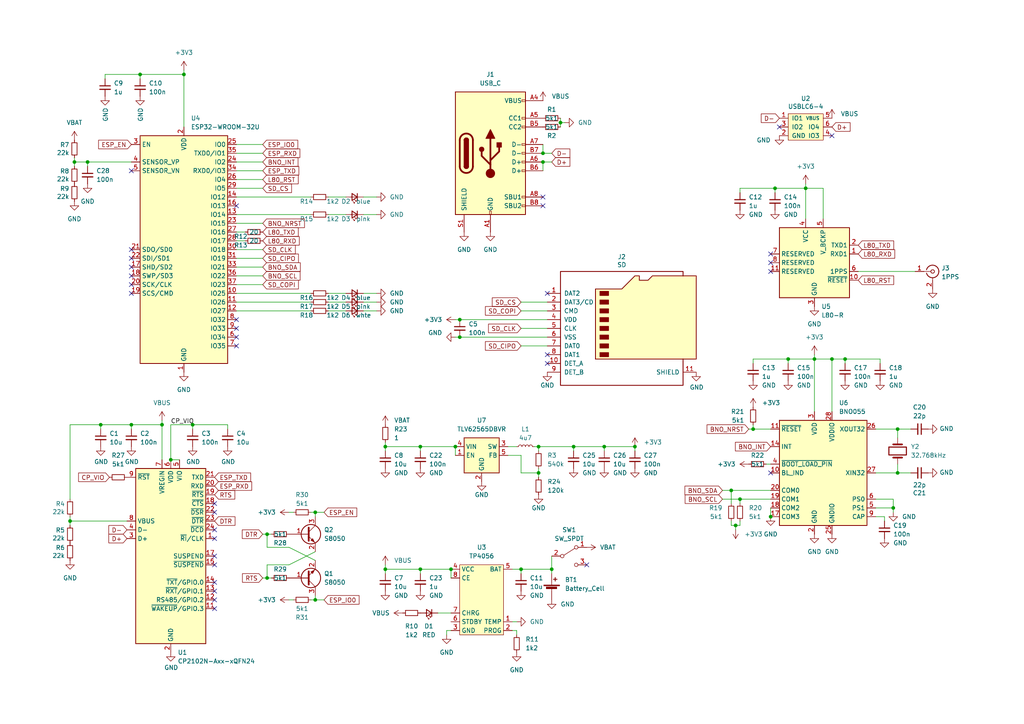
<source format=kicad_sch>
(kicad_sch (version 20211123) (generator eeschema)
  (paper "A4")
  (title_block (title "trainlog") (date "2022-06-21") (rev "v1.0.0") (company "Jana Marie Hemsing"))
  (junction (at 162.56 35.56))
  (junction (at 218.44 124.46))
  (junction (at 213.36 152.4))
  (junction (at 40.64 21.59))
  (junction (at 157.48 46.99))
  (junction (at 260.35 137.16))
  (junction (at 53.34 21.59))
  (junction (at 21.59 46.99))
  (junction (at 38.1 123.19))
  (junction (at 228.6 104.14))
  (junction (at 212.09 142.24))
  (junction (at 233.68 54.61))
  (junction (at 260.35 124.46))
  (junction (at 46.99 123.19))
  (junction (at 175.26 129.54))
  (junction (at 91.44 148.59))
  (junction (at 224.79 54.61))
  (junction (at 151.13 165.1))
  (junction (at 133.35 92.71))
  (junction (at 241.3 104.14))
  (junction (at 55.88 123.19))
  (junction (at 132.08 129.54))
  (junction (at 157.48 44.45))
  (junction (at 121.92 165.1))
  (junction (at 214.63 144.78))
  (junction (at 111.76 165.1))
  (junction (at 156.21 129.54))
  (junction (at 77.47 154.94))
  (junction (at 20.32 151.13))
  (junction (at 49.53 133.35))
  (junction (at 29.21 123.19))
  (junction (at 160.02 165.1))
  (junction (at 130.81 165.1))
  (junction (at 133.35 97.79))
  (junction (at 166.37 129.54))
  (junction (at 111.76 129.54))
  (junction (at 91.44 173.99))
  (junction (at 259.08 147.32))
  (junction (at 223.52 149.86))
  (junction (at 25.4 46.99))
  (junction (at 236.22 104.14))
  (junction (at 77.47 167.64))
  (junction (at 156.21 137.16))
  (junction (at 121.92 129.54))
  (junction (at 245.11 104.14))
  (junction (at 184.15 129.54))
  (no_connect (at 170.18 163.83))
  (no_connect (at 223.52 76.2))
  (no_connect (at 223.52 78.74))
  (no_connect (at 223.52 73.66))
  (no_connect (at 62.23 146.05))
  (no_connect (at 62.23 148.59))
  (no_connect (at 62.23 153.67))
  (no_connect (at 62.23 156.21))
  (no_connect (at 62.23 173.99))
  (no_connect (at 62.23 176.53))
  (no_connect (at 62.23 171.45))
  (no_connect (at 62.23 168.91))
  (no_connect (at 223.52 137.16))
  (no_connect (at 38.1 49.53))
  (no_connect (at 38.1 82.55))
  (no_connect (at 38.1 80.01))
  (no_connect (at 38.1 77.47))
  (no_connect (at 38.1 85.09))
  (no_connect (at 38.1 74.93))
  (no_connect (at 38.1 72.39))
  (no_connect (at 158.75 105.41))
  (no_connect (at 158.75 102.87))
  (no_connect (at 158.75 85.09))
  (no_connect (at 68.58 59.69))
  (no_connect (at 68.58 95.25))
  (no_connect (at 68.58 92.71))
  (no_connect (at 68.58 100.33))
  (no_connect (at 68.58 97.79))
  (no_connect (at 157.48 57.15))
  (no_connect (at 157.48 59.69))
  (no_connect (at 241.3 39.37))
  (no_connect (at 226.06 36.83))
  (no_connect (at 62.23 161.29))
  (no_connect (at 62.23 163.83))
  (wire (pts (xy 29.21 123.19) (xy 38.1 123.19)))
  (wire (pts (xy 111.76 129.54) (xy 121.92 129.54)))
  (wire (pts (xy 236.22 104.14) (xy 236.22 119.38)))
  (wire (pts (xy 38.1 124.46) (xy 38.1 123.19)))
  (wire (pts (xy 25.4 46.99) (xy 21.59 46.99)))
  (wire (pts (xy 218.44 105.41) (xy 218.44 104.14)))
  (wire (pts (xy 20.32 123.19) (xy 29.21 123.19)))
  (wire (pts (xy 38.1 123.19) (xy 46.99 123.19)))
  (wire (pts (xy 77.47 154.94) (xy 77.47 158.75)))
  (wire (pts (xy 223.52 142.24) (xy 212.09 142.24)))
  (wire (pts (xy 151.13 87.63) (xy 158.75 87.63)))
  (wire (pts (xy 214.63 151.13) (xy 214.63 152.4)))
  (wire (pts (xy 224.79 55.88) (xy 224.79 54.61)))
  (wire (pts (xy 223.52 149.86) (xy 223.52 147.32)))
  (wire (pts (xy 53.34 21.59) (xy 53.34 36.83)))
  (wire (pts (xy 156.21 137.16) (xy 156.21 138.43)))
  (wire (pts (xy 91.44 162.56) (xy 83.82 158.75)))
  (wire (pts (xy 254 124.46) (xy 260.35 124.46)))
  (wire (pts (xy 218.44 124.46) (xy 223.52 124.46)))
  (wire (pts (xy 157.48 46.99) (xy 157.48 49.53)))
  (wire (pts (xy 214.63 55.88) (xy 214.63 54.61)))
  (wire (pts (xy 149.86 182.88) (xy 149.86 184.15)))
  (wire (pts (xy 46.99 121.92) (xy 46.99 123.19)))
  (wire (pts (xy 77.47 163.83) (xy 83.82 163.83)))
  (wire (pts (xy 105.41 62.23) (xy 109.22 62.23)))
  (wire (pts (xy 151.13 165.1) (xy 160.02 165.1)))
  (wire (pts (xy 265.43 78.74) (xy 248.92 78.74)))
  (wire (pts (xy 129.54 182.88) (xy 129.54 184.15)))
  (wire (pts (xy 100.33 90.17) (xy 95.25 90.17)))
  (wire (pts (xy 256.54 149.86) (xy 256.54 151.13)))
  (wire (pts (xy 77.47 163.83) (xy 77.47 167.64)))
  (wire (pts (xy 76.2 49.53) (xy 68.58 49.53)))
  (wire (pts (xy 156.21 129.54) (xy 166.37 129.54)))
  (wire (pts (xy 105.41 85.09) (xy 109.22 85.09)))
  (wire (pts (xy 111.76 129.54) (xy 111.76 128.27)))
  (wire (pts (xy 68.58 87.63) (xy 90.17 87.63)))
  (wire (pts (xy 259.08 147.32) (xy 254 147.32)))
  (wire (pts (xy 213.36 153.67) (xy 213.36 152.4)))
  (wire (pts (xy 233.68 54.61) (xy 233.68 63.5)))
  (wire (pts (xy 149.86 129.54) (xy 147.32 129.54)))
  (wire (pts (xy 233.68 53.34) (xy 233.68 54.61)))
  (wire (pts (xy 105.41 57.15) (xy 109.22 57.15)))
  (wire (pts (xy 20.32 149.86) (xy 20.32 151.13)))
  (wire (pts (xy 55.88 123.19) (xy 49.53 123.19)))
  (wire (pts (xy 40.64 21.59) (xy 53.34 21.59)))
  (wire (pts (xy 241.3 104.14) (xy 236.22 104.14)))
  (wire (pts (xy 85.09 173.99) (xy 83.82 173.99)))
  (wire (pts (xy 151.13 100.33) (xy 158.75 100.33)))
  (wire (pts (xy 132.08 132.08) (xy 132.08 129.54)))
  (wire (pts (xy 130.81 167.64) (xy 130.81 165.1)))
  (wire (pts (xy 121.92 165.1) (xy 130.81 165.1)))
  (wire (pts (xy 148.59 165.1) (xy 151.13 165.1)))
  (wire (pts (xy 68.58 85.09) (xy 90.17 85.09)))
  (wire (pts (xy 100.33 62.23) (xy 95.25 62.23)))
  (wire (pts (xy 30.48 21.59) (xy 40.64 21.59)))
  (wire (pts (xy 260.35 137.16) (xy 260.35 134.62)))
  (wire (pts (xy 175.26 130.81) (xy 175.26 129.54)))
  (wire (pts (xy 85.09 148.59) (xy 83.82 148.59)))
  (wire (pts (xy 91.44 173.99) (xy 91.44 172.72)))
  (wire (pts (xy 76.2 167.64) (xy 77.47 167.64)))
  (wire (pts (xy 223.52 144.78) (xy 214.63 144.78)))
  (wire (pts (xy 228.6 104.14) (xy 236.22 104.14)))
  (wire (pts (xy 66.04 123.19) (xy 55.88 123.19)))
  (wire (pts (xy 68.58 74.93) (xy 76.2 74.93)))
  (wire (pts (xy 20.32 144.78) (xy 20.32 123.19)))
  (wire (pts (xy 105.41 87.63) (xy 109.22 87.63)))
  (wire (pts (xy 260.35 124.46) (xy 260.35 127)))
  (wire (pts (xy 111.76 166.37) (xy 111.76 165.1)))
  (wire (pts (xy 76.2 64.77) (xy 68.58 64.77)))
  (wire (pts (xy 105.41 90.17) (xy 109.22 90.17)))
  (wire (pts (xy 111.76 165.1) (xy 121.92 165.1)))
  (wire (pts (xy 76.2 82.55) (xy 68.58 82.55)))
  (wire (pts (xy 233.68 54.61) (xy 238.76 54.61)))
  (wire (pts (xy 68.58 62.23) (xy 90.17 62.23)))
  (wire (pts (xy 132.08 97.79) (xy 133.35 97.79)))
  (wire (pts (xy 77.47 167.64) (xy 78.74 167.64)))
  (wire (pts (xy 46.99 123.19) (xy 46.99 133.35)))
  (wire (pts (xy 214.63 146.05) (xy 214.63 144.78)))
  (wire (pts (xy 157.48 44.45) (xy 157.48 41.91)))
  (wire (pts (xy 259.08 148.59) (xy 259.08 147.32)))
  (wire (pts (xy 111.76 163.83) (xy 111.76 165.1)))
  (wire (pts (xy 93.98 173.99) (xy 91.44 173.99)))
  (wire (pts (xy 21.59 46.99) (xy 21.59 45.72)))
  (wire (pts (xy 90.17 173.99) (xy 91.44 173.99)))
  (wire (pts (xy 76.2 46.99) (xy 68.58 46.99)))
  (wire (pts (xy 184.15 130.81) (xy 184.15 129.54)))
  (wire (pts (xy 76.2 41.91) (xy 68.58 41.91)))
  (wire (pts (xy 151.13 165.1) (xy 151.13 166.37)))
  (wire (pts (xy 148.59 182.88) (xy 149.86 182.88)))
  (wire (pts (xy 130.81 177.8) (xy 127 177.8)))
  (wire (pts (xy 218.44 124.46) (xy 218.44 123.19)))
  (wire (pts (xy 149.86 180.34) (xy 148.59 180.34)))
  (wire (pts (xy 147.32 132.08) (xy 151.13 132.08)))
  (wire (pts (xy 93.98 148.59) (xy 91.44 148.59)))
  (wire (pts (xy 224.79 54.61) (xy 233.68 54.61)))
  (wire (pts (xy 77.47 158.75) (xy 83.82 158.75)))
  (wire (pts (xy 76.2 54.61) (xy 68.58 54.61)))
  (wire (pts (xy 157.48 44.45) (xy 160.02 44.45)))
  (wire (pts (xy 68.58 69.85) (xy 71.12 69.85)))
  (wire (pts (xy 241.3 119.38) (xy 241.3 104.14)))
  (wire (pts (xy 212.09 142.24) (xy 209.55 142.24)))
  (wire (pts (xy 255.27 104.14) (xy 245.11 104.14)))
  (wire (pts (xy 255.27 105.41) (xy 255.27 104.14)))
  (wire (pts (xy 91.44 160.02) (xy 83.82 163.83)))
  (wire (pts (xy 76.2 44.45) (xy 68.58 44.45)))
  (wire (pts (xy 55.88 124.46) (xy 55.88 123.19)))
  (wire (pts (xy 241.3 104.14) (xy 245.11 104.14)))
  (wire (pts (xy 52.07 133.35) (xy 49.53 133.35)))
  (wire (pts (xy 260.35 137.16) (xy 264.16 137.16)))
  (wire (pts (xy 20.32 152.4) (xy 20.32 151.13)))
  (wire (pts (xy 245.11 105.41) (xy 245.11 104.14)))
  (wire (pts (xy 66.04 124.46) (xy 66.04 123.19)))
  (wire (pts (xy 30.48 22.86) (xy 30.48 21.59)))
  (wire (pts (xy 160.02 165.1) (xy 160.02 166.37)))
  (wire (pts (xy 40.64 22.86) (xy 40.64 21.59)))
  (wire (pts (xy 214.63 54.61) (xy 224.79 54.61)))
  (wire (pts (xy 160.02 46.99) (xy 157.48 46.99)))
  (wire (pts (xy 100.33 85.09) (xy 95.25 85.09)))
  (wire (pts (xy 254 149.86) (xy 256.54 149.86)))
  (wire (pts (xy 29.21 124.46) (xy 29.21 123.19)))
  (wire (pts (xy 162.56 35.56) (xy 162.56 34.29)))
  (wire (pts (xy 218.44 104.14) (xy 228.6 104.14)))
  (wire (pts (xy 20.32 151.13) (xy 36.83 151.13)))
  (wire (pts (xy 175.26 129.54) (xy 184.15 129.54)))
  (wire (pts (xy 121.92 166.37) (xy 121.92 165.1)))
  (wire (pts (xy 156.21 135.89) (xy 156.21 137.16)))
  (wire (pts (xy 76.2 72.39) (xy 68.58 72.39)))
  (wire (pts (xy 151.13 137.16) (xy 156.21 137.16)))
  (wire (pts (xy 38.1 46.99) (xy 25.4 46.99)))
  (wire (pts (xy 77.47 154.94) (xy 78.74 154.94)))
  (wire (pts (xy 68.58 52.07) (xy 76.2 52.07)))
  (wire (pts (xy 91.44 148.59) (xy 90.17 148.59)))
  (wire (pts (xy 151.13 132.08) (xy 151.13 137.16)))
  (wire (pts (xy 254 137.16) (xy 260.35 137.16)))
  (wire (pts (xy 100.33 57.15) (xy 95.25 57.15)))
  (wire (pts (xy 151.13 90.17) (xy 158.75 90.17)))
  (wire (pts (xy 217.17 124.46) (xy 218.44 124.46)))
  (wire (pts (xy 254 144.78) (xy 259.08 144.78)))
  (wire (pts (xy 212.09 152.4) (xy 212.09 151.13)))
  (wire (pts (xy 162.56 35.56) (xy 163.83 35.56)))
  (wire (pts (xy 25.4 48.26) (xy 25.4 46.99)))
  (wire (pts (xy 213.36 152.4) (xy 212.09 152.4)))
  (wire (pts (xy 212.09 146.05) (xy 212.09 142.24)))
  (wire (pts (xy 228.6 105.41) (xy 228.6 104.14)))
  (wire (pts (xy 68.58 57.15) (xy 90.17 57.15)))
  (wire (pts (xy 133.35 97.79) (xy 158.75 97.79)))
  (wire (pts (xy 156.21 129.54) (xy 156.21 130.81)))
  (wire (pts (xy 76.2 154.94) (xy 77.47 154.94)))
  (wire (pts (xy 121.92 129.54) (xy 132.08 129.54)))
  (wire (pts (xy 121.92 130.81) (xy 121.92 129.54)))
  (wire (pts (xy 154.94 129.54) (xy 156.21 129.54)))
  (wire (pts (xy 71.12 67.31) (xy 68.58 67.31)))
  (wire (pts (xy 264.16 124.46) (xy 260.35 124.46)))
  (wire (pts (xy 68.58 90.17) (xy 90.17 90.17)))
  (wire (pts (xy 238.76 54.61) (xy 238.76 63.5)))
  (wire (pts (xy 214.63 152.4) (xy 213.36 152.4)))
  (wire (pts (xy 259.08 144.78) (xy 259.08 147.32)))
  (wire (pts (xy 21.59 48.26) (xy 21.59 46.99)))
  (wire (pts (xy 162.56 36.83) (xy 162.56 35.56)))
  (wire (pts (xy 236.22 102.87) (xy 236.22 104.14)))
  (wire (pts (xy 91.44 149.86) (xy 91.44 148.59)))
  (wire (pts (xy 111.76 130.81) (xy 111.76 129.54)))
  (wire (pts (xy 49.53 123.19) (xy 49.53 133.35)))
  (wire (pts (xy 160.02 161.29) (xy 160.02 165.1)))
  (wire (pts (xy 100.33 87.63) (xy 95.25 87.63)))
  (wire (pts (xy 130.81 182.88) (xy 129.54 182.88)))
  (wire (pts (xy 76.2 77.47) (xy 68.58 77.47)))
  (wire (pts (xy 133.35 92.71) (xy 158.75 92.71)))
  (wire (pts (xy 132.08 92.71) (xy 133.35 92.71)))
  (wire (pts (xy 151.13 95.25) (xy 158.75 95.25)))
  (wire (pts (xy 53.34 20.32) (xy 53.34 21.59)))
  (wire (pts (xy 76.2 80.01) (xy 68.58 80.01)))
  (wire (pts (xy 166.37 130.81) (xy 166.37 129.54)))
  (wire (pts (xy 214.63 144.78) (xy 209.55 144.78)))
  (wire (pts (xy 166.37 129.54) (xy 175.26 129.54)))
  (wire (pts (xy 223.52 134.62) (xy 222.25 134.62)))
  (label "CP_VIO" (at 49.53 123.19 0))
  (global_label "SD_CLK" (shape input) (at 76.2 72.39 0) (property "Intersheet References" "${INTERSHEET_REFS}" (effects hide)))
  (global_label "ESP_TXD" (shape input) (at 76.2 49.53 0) (property "Intersheet References" "${INTERSHEET_REFS}" (effects hide)))
  (global_label "BNO_NRST" (shape input) (at 76.2 64.77 0) (property "Intersheet References" "${INTERSHEET_REFS}" (effects hide)))
  (global_label "ESP_EN" (shape input) (at 38.1 41.91 180) (property "Intersheet References" "${INTERSHEET_REFS}" (effects hide)))
  (global_label "ESP_RXD" (shape input) (at 76.2 44.45 0) (property "Intersheet References" "${INTERSHEET_REFS}" (effects hide)))
  (global_label "ESP_RXD" (shape input) (at 62.23 140.97 0) (property "Intersheet References" "${INTERSHEET_REFS}" (effects hide)))
  (global_label "D+" (shape input) (at 160.02 46.99 0) (property "Intersheet References" "${INTERSHEET_REFS}" (effects hide)))
  (global_label "BNO_NRST" (shape input) (at 217.17 124.46 180) (property "Intersheet References" "${INTERSHEET_REFS}" (effects hide)))
  (global_label "SD_CIPO" (shape input) (at 76.2 74.93 0) (property "Intersheet References" "${INTERSHEET_REFS}" (effects hide)))
  (global_label "DTR" (shape input) (at 62.23 151.13 0) (property "Intersheet References" "${INTERSHEET_REFS}" (effects hide)))
  (global_label "ESP_IO0" (shape input) (at 93.98 173.99 0) (property "Intersheet References" "${INTERSHEET_REFS}" (effects hide)))
  (global_label "D+" (shape input) (at 36.83 156.21 180) (property "Intersheet References" "${INTERSHEET_REFS}" (effects hide)))
  (global_label "SD_CS" (shape input) (at 76.2 54.61 0) (property "Intersheet References" "${INTERSHEET_REFS}" (effects hide)))
  (global_label "L80_RXD" (shape input) (at 76.2 69.85 0) (property "Intersheet References" "${INTERSHEET_REFS}" (effects hide)))
  (global_label "D+" (shape input) (at 241.3 36.83 0) (property "Intersheet References" "${INTERSHEET_REFS}" (effects hide)))
  (global_label "SD_CLK" (shape input) (at 151.13 95.25 180) (property "Intersheet References" "${INTERSHEET_REFS}" (effects hide)))
  (global_label "L80_RXD" (shape input) (at 248.92 73.66 0) (property "Intersheet References" "${INTERSHEET_REFS}" (effects hide)))
  (global_label "BNO_SCL" (shape input) (at 76.2 80.01 0) (property "Intersheet References" "${INTERSHEET_REFS}" (effects hide)))
  (global_label "SD_CIPO" (shape input) (at 151.13 100.33 180) (property "Intersheet References" "${INTERSHEET_REFS}" (effects hide)))
  (global_label "SD_COPI" (shape input) (at 76.2 82.55 0) (property "Intersheet References" "${INTERSHEET_REFS}" (effects hide)))
  (global_label "BNO_INT" (shape input) (at 223.52 129.54 180) (property "Intersheet References" "${INTERSHEET_REFS}" (effects hide)))
  (global_label "BNO_INT" (shape input) (at 76.2 46.99 0) (property "Intersheet References" "${INTERSHEET_REFS}" (effects hide)))
  (global_label "BNO_SCL" (shape input) (at 209.55 144.78 180) (property "Intersheet References" "${INTERSHEET_REFS}" (effects hide)))
  (global_label "BNO_SDA" (shape input) (at 209.55 142.24 180) (property "Intersheet References" "${INTERSHEET_REFS}" (effects hide)))
  (global_label "D-" (shape input) (at 160.02 44.45 0) (property "Intersheet References" "${INTERSHEET_REFS}" (effects hide)))
  (global_label "RTS" (shape input) (at 62.23 143.51 0) (property "Intersheet References" "${INTERSHEET_REFS}" (effects hide)))
  (global_label "DTR" (shape input) (at 76.2 154.94 180) (property "Intersheet References" "${INTERSHEET_REFS}" (effects hide)))
  (global_label "D-" (shape input) (at 226.06 34.29 180) (property "Intersheet References" "${INTERSHEET_REFS}" (effects hide)))
  (global_label "L80_RST" (shape input) (at 248.92 81.28 0) (property "Intersheet References" "${INTERSHEET_REFS}" (effects hide)))
  (global_label "SD_COPI" (shape input) (at 151.13 90.17 180) (property "Intersheet References" "${INTERSHEET_REFS}" (effects hide)))
  (global_label "L80_TXD" (shape input) (at 248.92 71.12 0) (property "Intersheet References" "${INTERSHEET_REFS}" (effects hide)))
  (global_label "L80_TXD" (shape input) (at 76.2 67.31 0) (property "Intersheet References" "${INTERSHEET_REFS}" (effects hide)))
  (global_label "BNO_SDA" (shape input) (at 76.2 77.47 0) (property "Intersheet References" "${INTERSHEET_REFS}" (effects hide)))
  (global_label "ESP_TXD" (shape input) (at 62.23 138.43 0) (property "Intersheet References" "${INTERSHEET_REFS}" (effects hide)))
  (global_label "ESP_EN" (shape input) (at 93.98 148.59 0) (property "Intersheet References" "${INTERSHEET_REFS}" (effects hide)))
  (global_label "CP_VIO" (shape input) (at 31.75 138.43 180) (property "Intersheet References" "${INTERSHEET_REFS}" (effects hide)))
  (global_label "RTS" (shape input) (at 76.2 167.64 180) (property "Intersheet References" "${INTERSHEET_REFS}" (effects hide)))
  (global_label "SD_CS" (shape input) (at 151.13 87.63 180) (property "Intersheet References" "${INTERSHEET_REFS}" (effects hide)))
  (global_label "L80_RST" (shape input) (at 76.2 52.07 0) (property "Intersheet References" "${INTERSHEET_REFS}" (effects hide)))
  (global_label "D-" (shape input) (at 36.83 153.67 180) (property "Intersheet References" "${INTERSHEET_REFS}" (effects hide)))
  (global_label "ESP_IO0" (shape input) (at 76.2 41.91 0) (property "Intersheet References" "${INTERSHEET_REFS}" (effects hide)))
  (symbol (lib_id "Device:C_Small") (at 228.6 107.95 0) (unit 1)
    (property "Reference" "C15" (at 231.14 106.6862 0) (effects (justify left)))
    (property "Value" "100n" (at 231.14 109.2262 0) (effects (justify left)))
    (property "Footprint" "otter:C_0402" (effects hide))
  )
  (symbol (lib_id "otter:GND") (at 109.22 87.63 90) (unit 1)
    (property "Reference" "#PWR0159" (effects hide))
    (property "Value" "GND" (at 113.03 87.6299 90) (effects (justify right)))
  )
  (symbol (lib_id "otter:GND") (at 109.22 90.17 90) (unit 1)
    (property "Reference" "#PWR0158" (effects hide))
    (property "Value" "GND" (at 113.03 90.1699 90) (effects (justify right)))
  )
  (symbol (lib_id "otter:GND") (at 223.52 149.86 0) (unit 1)
    (property "Reference" "#PWR0141" (effects hide))
    (property "Value" "GND" (at 223.52 154.94 0))
  )
  (symbol (lib_id "otter:GND") (at 109.22 57.15 90) (unit 1)
    (property "Reference" "#PWR0160" (effects hide))
    (property "Value" "GND" (at 113.03 57.1499 90) (effects (justify right)))
  )
  (symbol (lib_id "Device:LED_Small") (at 102.87 57.15 180) (unit 1)
    (property "Reference" "D2" (at 100.33 58.42 0))
    (property "Value" "blue" (at 105.41 58.42 0))
    (property "Footprint" "otter:LED_0603_1608Metric" (effects hide))
  )
  (symbol (lib_id "Device:C_Small") (at 66.04 127 0) (unit 1)
    (property "Reference" "C4" (at 68.58 125.7362 0) (effects (justify left)))
    (property "Value" "10u" (at 68.58 128.2762 0) (effects (justify left)))
    (property "Footprint" "otter:C_0805" (effects hide))
  )
  (symbol (lib_id "otter:GND") (at 109.22 62.23 90) (unit 1)
    (property "Reference" "#PWR0161" (effects hide))
    (property "Value" "GND" (at 113.03 62.2299 90) (effects (justify right)))
  )
  (symbol (lib_id "otter:GND") (at 270.51 83.82 0) (unit 1)
    (property "Reference" "#PWR0149" (effects hide))
    (property "Value" "GND" (at 270.51 88.9 0))
  )
  (symbol (lib_id "Device:C_Small") (at 121.92 133.35 0) (unit 1)
    (property "Reference" "C22" (at 124.46 132.0862 0) (effects (justify left)))
    (property "Value" "100n" (at 124.46 134.6262 0) (effects (justify left)))
    (property "Footprint" "otter:C_0402" (effects hide))
  )
  (symbol (lib_id "Device:C_Small") (at 214.63 58.42 0) (unit 1)
    (property "Reference" "C12" (at 217.17 57.1562 0) (effects (justify left)))
    (property "Value" "1u" (at 217.17 59.6962 0) (effects (justify left)))
    (property "Footprint" "otter:C_0603" (effects hide))
  )
  (symbol (lib_id "power:VBUS") (at 157.48 29.21 0) (unit 1)
    (property "Reference" "#PWR0110" (effects hide))
    (property "Value" "VBUS" (at 160.02 27.9399 0) (effects (justify left)))
  )
  (symbol (lib_id "power:GND") (at 256.54 156.21 0) (unit 1)
    (property "Reference" "#PWR0137" (effects hide))
    (property "Value" "GND" (at 259.08 157.4799 0) (effects (justify left)))
  )
  (symbol (lib_id "Device:R_Small") (at 160.02 36.83 90) (unit 1)
    (property "Reference" "R2" (at 160.02 39.37 90))
    (property "Value" "5k1" (at 160.02 36.83 90))
    (property "Footprint" "otter:R_0402" (effects hide))
  )
  (symbol (lib_id "Device:R_Small") (at 218.44 120.65 180) (unit 1)
    (property "Reference" "R21" (at 215.9 119.3799 0) (effects (justify left)))
    (property "Value" "5k1" (at 215.9 121.9199 0) (effects (justify left)))
    (property "Footprint" "otter:R_0402" (effects hide))
  )
  (symbol (lib_id "power:GND") (at 255.27 110.49 0) (unit 1)
    (property "Reference" "#PWR0144" (effects hide))
    (property "Value" "GND" (at 257.81 111.7599 0) (effects (justify left)))
  )
  (symbol (lib_id "Device:R_Small") (at 156.21 133.35 0) (unit 1)
    (property "Reference" "R3" (at 158.75 132.0799 0) (effects (justify left)))
    (property "Value" "540k" (at 158.75 134.6199 0) (effects (justify left)))
    (property "Footprint" "otter:R_0402" (effects hide))
  )
  (symbol (lib_id "otter:GND") (at 241.3 154.94 0) (unit 1)
    (property "Reference" "#PWR0138" (effects hide))
    (property "Value" "GND" (at 241.3 160.02 0))
  )
  (symbol (lib_id "Device:LED_Small") (at 102.87 90.17 180) (unit 1)
    (property "Reference" "D6" (at 100.33 91.44 0))
    (property "Value" "whte" (at 105.41 91.44 0))
    (property "Footprint" "otter:LED_0603_1608Metric" (effects hide))
  )
  (symbol (lib_id "power:GND") (at 224.79 60.96 0) (unit 1)
    (property "Reference" "#PWR0132" (effects hide))
    (property "Value" "GND" (at 227.33 62.2299 0) (effects (justify left)))
  )
  (symbol (lib_id "Device:C_Small") (at 175.26 133.35 0) (unit 1)
    (property "Reference" "C26" (at 177.8 132.0862 0) (effects (justify left)))
    (property "Value" "10u" (at 177.8 134.6262 0) (effects (justify left)))
    (property "Footprint" "otter:C_0805" (effects hide))
  )
  (symbol (lib_id "Device:C_Small") (at 256.54 153.67 0) (unit 1)
    (property "Reference" "C19" (at 259.08 152.4062 0) (effects (justify left)))
    (property "Value" "100n" (at 259.08 154.9462 0) (effects (justify left)))
    (property "Footprint" "otter:C_0402" (effects hide))
  )
  (symbol (lib_id "Device:R_Small") (at 156.21 140.97 0) (unit 1)
    (property "Reference" "R24" (at 158.75 139.6999 0) (effects (justify left)))
    (property "Value" "120k" (at 158.75 142.2399 0) (effects (justify left)))
    (property "Footprint" "otter:R_0402" (effects hide))
  )
  (symbol (lib_id "Device:LED_Small") (at 102.87 87.63 180) (unit 1)
    (property "Reference" "D5" (at 100.33 88.9 0))
    (property "Value" "pink" (at 105.41 88.9 0))
    (property "Footprint" "otter:LED_0603_1608Metric" (effects hide))
  )
  (symbol (lib_id "power:GND") (at 226.06 39.37 0) (unit 1)
    (property "Reference" "#PWR0124" (effects hide))
    (property "Value" "GND" (at 223.52 40.6399 0) (effects (justify right)))
  )
  (symbol (lib_id "power:VBUS") (at 46.99 121.92 0) (unit 1)
    (property "Reference" "#PWR0106" (effects hide))
    (property "Value" "VBUS" (at 46.99 116.84 0))
  )
  (symbol (lib_id "otter:GND") (at 201.93 107.95 0) (unit 1)
    (property "Reference" "#PWR0115" (effects hide))
    (property "Value" "GND" (at 202.057 112.3442 0))
  )
  (symbol (lib_id "Device:R_Small") (at 21.59 43.18 180) (unit 1)
    (property "Reference" "R7" (at 20.1168 42.0116 0) (effects (justify left)))
    (property "Value" "22k" (at 20.1168 44.323 0) (effects (justify left)))
    (property "Footprint" "otter:R_0402" (effects hide))
  )
  (symbol (lib_id "power:GND") (at 111.76 135.89 0) (unit 1)
    (property "Reference" "#PWR0164" (effects hide))
    (property "Value" "GND" (at 114.3 137.1599 0) (effects (justify left)))
  )
  (symbol (lib_id "Device:R_Small") (at 160.02 34.29 270) (unit 1)
    (property "Reference" "R1" (at 160.02 31.75 90))
    (property "Value" "5k1" (at 160.02 34.29 90))
    (property "Footprint" "otter:R_0402" (effects hide))
  )
  (symbol (lib_id "Device:R_Small") (at 73.66 67.31 270) (unit 1)
    (property "Reference" "R12" (at 69.85 68.58 90))
    (property "Value" "20" (at 73.66 67.31 90))
    (property "Footprint" "otter:R_0402" (effects hide))
  )
  (symbol (lib_id "power:GND") (at 245.11 110.49 0) (unit 1)
    (property "Reference" "#PWR0145" (effects hide))
    (property "Value" "GND" (at 247.65 111.7599 0) (effects (justify left)))
  )
  (symbol (lib_id "power:GND") (at 160.02 173.99 0) (unit 1)
    (property "Reference" "#PWR0154" (effects hide))
    (property "Value" "GND" (at 162.56 175.2599 0) (effects (justify left)))
  )
  (symbol (lib_id "Device:LED_Small") (at 102.87 85.09 180) (unit 1)
    (property "Reference" "D4" (at 100.33 86.36 0))
    (property "Value" "blue" (at 105.41 86.36 0))
    (property "Footprint" "otter:LED_0603_1608Metric" (effects hide))
  )
  (symbol (lib_id "power:+3V3") (at 217.17 134.62 90) (unit 1)
    (property "Reference" "#PWR0150" (effects hide))
    (property "Value" "+3V3" (at 213.36 134.6199 90) (effects (justify left)))
  )
  (symbol (lib_id "power:+3V3") (at 233.68 53.34 0) (unit 1)
    (property "Reference" "#PWR0130" (effects hide))
    (property "Value" "+3V3" (at 233.68 48.26 0))
  )
  (symbol (lib_id "Device:R_Small") (at 212.09 148.59 0) (unit 1)
    (property "Reference" "R19" (at 209.55 147.3199 0) (effects (justify right)))
    (property "Value" "5k1" (at 209.55 149.8599 0) (effects (justify right)))
    (property "Footprint" "otter:R_0402" (effects hide))
  )
  (symbol (lib_id "Switch:SW_SPDT") (at 165.1 161.29 0) (unit 1)
    (property "Reference" "SW1" (at 165.1 153.67 0))
    (property "Value" "SW_SPDT" (at 165.1 156.21 0))
    (property "Footprint" "Button_Switch_SMD:SW_SPDT_PCM12" (effects hide))
  )
  (symbol (lib_id "otter:GND") (at 132.08 97.79 270) (unit 1)
    (property "Reference" "#PWR0121" (effects hide))
    (property "Value" "GND" (at 128.27 96.52 90) (effects (justify right)))
  )
  (symbol (lib_id "otter:GND") (at 134.62 67.31 0) (unit 1)
    (property "Reference" "#PWR0107" (effects hide))
    (property "Value" "GND" (at 134.62 72.39 0))
  )
  (symbol (lib_id "otter:GND") (at 163.83 35.56 90) (unit 1)
    (property "Reference" "#PWR0109" (effects hide))
    (property "Value" "GND" (at 167.64 35.5599 90) (effects (justify right)))
  )
  (symbol (lib_id "power:GND") (at 228.6 110.49 0) (unit 1)
    (property "Reference" "#PWR0148" (effects hide))
    (property "Value" "GND" (at 231.14 111.7599 0) (effects (justify left)))
  )
  (symbol (lib_id "otter:GND") (at 139.7 139.7 0) (unit 1)
    (property "Reference" "#PWR0131" (effects hide))
    (property "Value" "GND" (at 139.7 143.51 0))
  )
  (symbol (lib_id "power:GND") (at 66.04 129.54 0) (unit 1)
    (property "Reference" "#PWR0102" (effects hide))
    (property "Value" "GND" (at 66.167 133.9342 0))
  )
  (symbol (lib_id "Device:R_Small") (at 81.28 154.94 270) (mirror x) (unit 1)
    (property "Reference" "R28" (at 81.28 157.48 90))
    (property "Value" "5k1" (at 81.28 154.94 90))
    (property "Footprint" "otter:R_0402" (effects hide))
  )
  (symbol (lib_id "Connector:USB_C_Receptacle_USB2.0") (at 142.24 44.45 0) (unit 1)
    (property "Reference" "J1" (at 142.24 21.59 0))
    (property "Value" "USB_C" (at 142.24 24.13 0))
    (property "Footprint" "otter:USB-C 16Pin" (effects hide))
    (property "Datasheet" "https://www.usb.org/sites/default/files/documents/usb_type-c.zip" (effects hide))
  )
  (symbol (lib_id "Device:L_Small") (at 152.4 129.54 90) (unit 1)
    (property "Reference" "L1" (at 152.4 124.46 90))
    (property "Value" "4u7" (at 152.4 127 90))
    (property "Footprint" "Inductor_SMD:L_1210_3225Metric" (effects hide))
    (property "LCSC" "C86070" (effects hide))
  )
  (symbol (lib_id "power:GND") (at 40.64 27.94 0) (unit 1)
    (property "Reference" "#PWR0134" (effects hide))
    (property "Value" "GND" (at 40.767 31.1912 90) (effects (justify right)))
  )
  (symbol (lib_id "Device:R_Small") (at 20.32 160.02 180) (unit 1)
    (property "Reference" "R6" (at 18.8468 158.8516 0) (effects (justify left)))
    (property "Value" "22k" (at 18.8468 161.163 0) (effects (justify left)))
    (property "Footprint" "otter:R_0402" (effects hide))
  )
  (symbol (lib_id "power:+3V3") (at 83.82 148.59 90) (mirror x) (unit 1)
    (property "Reference" "#PWR0101" (effects hide))
    (property "Value" "+3V3" (at 80.01 148.5899 90) (effects (justify left)))
  )
  (symbol (lib_id "power:VBUS") (at 241.3 34.29 0) (unit 1)
    (property "Reference" "#PWR0125" (effects hide))
    (property "Value" "VBUS" (at 243.84 33.0199 0) (effects (justify left)))
  )
  (symbol (lib_id "Device:C_Small") (at 224.79 58.42 0) (unit 1)
    (property "Reference" "C14" (at 227.33 57.1562 0) (effects (justify left)))
    (property "Value" "100n" (at 227.33 59.6962 0) (effects (justify left)))
    (property "Footprint" "otter:C_0402" (effects hide))
  )
  (symbol (lib_id "Device:C_Small") (at 121.92 168.91 0) (unit 1)
    (property "Reference" "C23" (at 124.46 167.6462 0) (effects (justify left)))
    (property "Value" "1u" (at 124.46 170.1862 0) (effects (justify left)))
    (property "Footprint" "otter:C_0603" (effects hide))
  )
  (symbol (lib_id "Transistor_BJT:BC847") (at 88.9 167.64 0) (mirror x) (unit 1)
    (property "Reference" "Q1" (at 93.98 166.3699 0) (effects (justify left)))
    (property "Value" "S8050" (at 93.98 168.9099 0) (effects (justify left)))
    (property "Footprint" "Package_TO_SOT_SMD:SOT-23" (effects hide))
    (property "Datasheet" "http://www.infineon.com/dgdl/Infineon-BC847SERIES_BC848SERIES_BC849SERIES_BC850SERIES-DS-v01_01-en.pdf?fileId=db3a304314dca389011541d4630a1657" (effects hide))
  )
  (symbol (lib_id "Device:R_Small") (at 119.38 177.8 90) (unit 1)
    (property "Reference" "R10" (at 119.38 181.61 90))
    (property "Value" "1k2" (at 119.38 184.15 90))
    (property "Footprint" "otter:R_0402" (effects hide))
  )
  (symbol (lib_id "otter:VBAT") (at 111.76 123.19 0) (unit 1)
    (property "Reference" "#PWR0165" (effects hide))
    (property "Value" "VBAT" (at 114.3 121.9199 0) (effects (justify left)))
  )
  (symbol (lib_id "Device:LED_Small") (at 102.87 62.23 180) (unit 1)
    (property "Reference" "D3" (at 100.33 63.5 0))
    (property "Value" "pink" (at 105.41 63.5 0))
    (property "Footprint" "otter:LED_0603_1608Metric" (effects hide))
  )
  (symbol (lib_id "Device:R_Small") (at 20.32 154.94 180) (unit 1)
    (property "Reference" "R5" (at 18.8468 153.7716 0) (effects (justify left)))
    (property "Value" "22k" (at 18.8468 156.083 0) (effects (justify left)))
    (property "Footprint" "otter:R_0402" (effects hide))
  )
  (symbol (lib_id "otter:GND") (at 109.22 85.09 90) (unit 1)
    (property "Reference" "#PWR0157" (effects hide))
    (property "Value" "GND" (at 113.03 85.0899 90) (effects (justify right)))
  )
  (symbol (lib_id "Device:R_Small") (at 87.63 148.59 90) (mirror x) (unit 1)
    (property "Reference" "R30" (at 87.63 143.51 90))
    (property "Value" "5k1" (at 87.63 146.05 90))
    (property "Footprint" "otter:R_0402" (effects hide))
  )
  (symbol (lib_id "Device:C_Small") (at 266.7 124.46 270) (unit 1)
    (property "Reference" "C20" (at 266.6936 118.11 90))
    (property "Value" "22p" (at 266.6936 120.65 90))
    (property "Footprint" "otter:C_0402" (effects hide))
  )
  (symbol (lib_id "otter:GND") (at 236.22 154.94 0) (unit 1)
    (property "Reference" "#PWR0139" (effects hide))
    (property "Value" "GND" (at 236.22 160.02 0))
  )
  (symbol (lib_id "Device:R_Small") (at 92.71 57.15 90) (unit 1)
    (property "Reference" "R14" (at 88.9 58.42 90))
    (property "Value" "1k2" (at 96.52 58.42 90))
    (property "Footprint" "otter:R_0402" (effects hide))
  )
  (symbol (lib_id "otter:GND") (at 149.86 189.23 0) (unit 1)
    (property "Reference" "#PWR0155" (effects hide))
    (property "Value" "GND" (at 149.86 194.31 0))
  )
  (symbol (lib_id "power:+3V3") (at 83.82 173.99 90) (mirror x) (unit 1)
    (property "Reference" "#PWR0105" (effects hide))
    (property "Value" "+3V3" (at 80.01 173.9899 90) (effects (justify left)))
  )
  (symbol (lib_id "Device:C_Small") (at 218.44 107.95 0) (unit 1)
    (property "Reference" "C13" (at 220.98 106.6862 0) (effects (justify left)))
    (property "Value" "1u" (at 220.98 109.2262 0) (effects (justify left)))
    (property "Footprint" "otter:C_0603" (effects hide))
  )
  (symbol (lib_id "Device:C_Small") (at 133.35 95.25 0) (unit 1)
    (property "Reference" "C5" (at 135.89 93.9862 0) (effects (justify left)))
    (property "Value" "100n" (at 135.89 96.5262 0) (effects (justify left)))
    (property "Footprint" "otter:C_0402" (effects hide))
  )
  (symbol (lib_id "otter:GND") (at 53.34 107.95 0) (unit 1)
    (property "Reference" "#PWR0156" (effects hide))
    (property "Value" "GND" (at 53.34 113.03 0))
  )
  (symbol (lib_id "Device:R_Small") (at 87.63 173.99 90) (mirror x) (unit 1)
    (property "Reference" "R31" (at 87.63 179.07 90))
    (property "Value" "5k1" (at 87.63 176.53 90))
    (property "Footprint" "otter:R_0402" (effects hide))
  )
  (symbol (lib_id "power:GND") (at 55.88 129.54 0) (unit 1)
    (property "Reference" "#PWR0111" (effects hide))
    (property "Value" "GND" (at 56.007 133.9342 0))
  )
  (symbol (lib_id "power:GND") (at 166.37 135.89 0) (unit 1)
    (property "Reference" "#PWR0170" (effects hide))
    (property "Value" "GND" (at 168.91 137.1599 0) (effects (justify left)))
  )
  (symbol (lib_id "otter:GND") (at 25.4 53.34 0) (unit 1)
    (property "Reference" "#PWR0172" (effects hide))
    (property "Value" "GND" (at 25.4 58.42 0))
  )
  (symbol (lib_id "otter:VBAT") (at 170.18 158.75 270) (unit 1)
    (property "Reference" "#PWR0169" (effects hide))
    (property "Value" "VBAT" (at 173.99 158.7499 90) (effects (justify left)))
  )
  (symbol (lib_id "power:GND") (at 158.75 107.95 0) (unit 1)
    (property "Reference" "#PWR0116" (effects hide))
    (property "Value" "GND" (at 158.75 111.76 0))
  )
  (symbol (lib_id "Device:R_Small") (at 81.28 167.64 270) (mirror x) (unit 1)
    (property "Reference" "R29" (at 81.28 165.1 90))
    (property "Value" "5k1" (at 81.28 167.64 90))
    (property "Footprint" "otter:R_0402" (effects hide))
  )
  (symbol (lib_id "power:GND") (at 175.26 135.89 0) (unit 1)
    (property "Reference" "#PWR0166" (effects hide))
    (property "Value" "GND" (at 177.8 137.1599 0) (effects (justify left)))
  )
  (symbol (lib_id "otter:GND") (at 20.32 162.56 0) (unit 1)
    (property "Reference" "#PWR0104" (effects hide))
    (property "Value" "GND" (at 20.32 167.64 0))
  )
  (symbol (lib_id "Device:R_Small") (at 21.59 55.88 180) (unit 1)
    (property "Reference" "R9" (at 20.1168 54.7116 0) (effects (justify left)))
    (property "Value" "22k" (at 20.1168 57.023 0) (effects (justify left)))
    (property "Footprint" "otter:R_0402" (effects hide))
  )
  (symbol (lib_id "otter:USBLC6-4") (at 233.68 36.83 0) (unit 1)
    (property "Reference" "U2" (at 233.68 28.575 0))
    (property "Value" "USBLC6-4" (at 233.68 30.8864 0))
    (property "Footprint" "Package_TO_SOT_SMD:SOT-23-6" (effects hide))
  )
  (symbol (lib_id "power:+3V3") (at 236.22 102.87 0) (unit 1)
    (property "Reference" "#PWR0128" (effects hide))
    (property "Value" "+3V3" (at 236.22 97.79 0))
  )
  (symbol (lib_id "Device:R_Small") (at 73.66 69.85 90) (unit 1)
    (property "Reference" "R13" (at 69.85 71.12 90))
    (property "Value" "20" (at 73.66 69.85 90))
    (property "Footprint" "otter:R_0402" (effects hide))
  )
  (symbol (lib_id "power:+3V3") (at 132.08 92.71 90) (unit 1)
    (property "Reference" "#PWR0117" (effects hide))
    (property "Value" "+3V3" (at 128.27 92.7099 90) (effects (justify left)))
  )
  (symbol (lib_id "Device:C_Small") (at 255.27 107.95 0) (unit 1)
    (property "Reference" "C18" (at 257.81 106.6862 0) (effects (justify left)))
    (property "Value" "1u" (at 257.81 109.2262 0) (effects (justify left)))
    (property "Footprint" "otter:C_0603" (effects hide))
  )
  (symbol (lib_id "otter:GND") (at 156.21 143.51 0) (unit 1)
    (property "Reference" "#PWR0114" (effects hide))
    (property "Value" "GND" (at 156.21 147.32 0))
  )
  (symbol (lib_id "power:GND") (at 111.76 171.45 0) (unit 1)
    (property "Reference" "#PWR0118" (effects hide))
    (property "Value" "GND" (at 114.3 172.7199 0) (effects (justify left)))
  )
  (symbol (lib_id "otter:GND") (at 149.86 180.34 90) (unit 1)
    (property "Reference" "#PWR0152" (effects hide))
    (property "Value" "GND" (at 153.67 180.3399 90) (effects (justify right)))
  )
  (symbol (lib_id "Device:R_Small") (at 92.71 85.09 90) (unit 1)
    (property "Reference" "R16" (at 88.9 86.36 90))
    (property "Value" "1k2" (at 96.52 86.36 90))
    (property "Footprint" "otter:R_0402" (effects hide))
  )
  (symbol (lib_id "otter:GND") (at 142.24 67.31 0) (unit 1)
    (property "Reference" "#PWR0108" (effects hide))
    (property "Value" "GND" (at 142.24 72.39 0))
  )
  (symbol (lib_id "Device:Battery_Cell") (at 160.02 171.45 0) (unit 1)
    (property "Reference" "BT1" (at 163.83 168.1479 0) (effects (justify left)))
    (property "Value" "Battery_Cell" (at 163.83 170.6879 0) (effects (justify left)))
    (property "Footprint" "Battery:BatteryHolder_Keystone_1042_1x18650" (effects hide))
  )
  (symbol (lib_id "Device:R_Small") (at 92.71 90.17 90) (unit 1)
    (property "Reference" "R18" (at 88.9 91.44 90))
    (property "Value" "1k2" (at 96.52 91.44 90))
    (property "Footprint" "otter:R_0402" (effects hide))
  )
  (symbol (lib_id "Device:LED_Small") (at 124.46 177.8 180) (unit 1)
    (property "Reference" "D1" (at 124.3965 181.61 0))
    (property "Value" "RED" (at 124.3965 184.15 0))
    (property "Footprint" "otter:LED_0603_1608Metric" (effects hide))
  )
  (symbol (lib_id "Device:C_Small") (at 29.21 127 0) (unit 1)
    (property "Reference" "C1" (at 31.75 125.7362 0) (effects (justify left)))
    (property "Value" "10u" (at 31.75 128.2762 0) (effects (justify left)))
    (property "Footprint" "otter:C_0805" (effects hide))
  )
  (symbol (lib_id "power:GND") (at 121.92 135.89 0) (unit 1)
    (property "Reference" "#PWR0163" (effects hide))
    (property "Value" "GND" (at 124.46 137.1599 0) (effects (justify left)))
  )
  (symbol (lib_id "power:GND") (at 259.08 148.59 0) (unit 1)
    (property "Reference" "#PWR0136" (effects hide))
    (property "Value" "GND" (at 261.62 149.8599 0) (effects (justify left)))
  )
  (symbol (lib_id "Device:R_Small") (at 20.32 147.32 180) (unit 1)
    (property "Reference" "R4" (at 18.8468 146.1516 0) (effects (justify left)))
    (property "Value" "22k" (at 18.8468 148.463 0) (effects (justify left)))
    (property "Footprint" "otter:R_0402" (effects hide))
  )
  (symbol (lib_id "Device:R_Small") (at 149.86 186.69 0) (unit 1)
    (property "Reference" "R11" (at 152.4 185.4199 0) (effects (justify left)))
    (property "Value" "1k2" (at 152.4 187.9599 0) (effects (justify left)))
    (property "Footprint" "otter:R_0402" (effects hide))
  )
  (symbol (lib_id "power:+3V3") (at 53.34 20.32 0) (unit 1)
    (property "Reference" "#PWR0135" (effects hide))
    (property "Value" "+3V3" (at 53.34 15.24 0))
  )
  (symbol (lib_id "power:GND") (at 269.24 137.16 90) (unit 1)
    (property "Reference" "#PWR0143" (effects hide))
    (property "Value" "GND" (at 272.4912 137.033 90) (effects (justify right)))
  )
  (symbol (lib_id "otter:VBAT") (at 21.59 40.64 0) (unit 1)
    (property "Reference" "#PWR0126" (effects hide))
    (property "Value" "VBAT" (at 21.59 35.56 0))
  )
  (symbol (lib_id "Device:C_Small") (at 38.1 127 0) (unit 1)
    (property "Reference" "C2" (at 40.64 125.7362 0) (effects (justify left)))
    (property "Value" "100n" (at 40.64 128.2762 0) (effects (justify left)))
    (property "Footprint" "otter:C_0402" (effects hide))
  )
  (symbol (lib_id "Device:C_Small") (at 55.88 127 0) (unit 1)
    (property "Reference" "C3" (at 58.42 125.7362 0) (effects (justify left)))
    (property "Value" "100n" (at 58.42 128.2762 0) (effects (justify left)))
    (property "Footprint" "otter:C_0402" (effects hide))
  )
  (symbol (lib_id "Sensor_Motion:BNO055") (at 238.76 137.16 0) (unit 1)
    (property "Reference" "U6" (at 243.3194 116.84 0) (effects (justify left)))
    (property "Value" "BNO055" (at 243.3194 119.38 0) (effects (justify left)))
    (property "Footprint" "Package_LGA:LGA-28_5.2x3.8mm_P0.5mm" (effects hide))
    (property "Datasheet" "https://ae-bst.resource.bosch.com/media/_tech/media/datasheets/BST_BNO055_DS000_14.pdf" (effects hide))
  )
  (symbol (lib_id "Connector:Conn_Coaxial") (at 270.51 78.74 0) (unit 1)
    (property "Reference" "J3" (at 273.05 77.7631 0) (effects (justify left)))
    (property "Value" "1PPS" (at 273.05 80.3031 0) (effects (justify left)))
    (property "Footprint" "Connector_PinHeader_2.00mm:PinHeader_1x02_P2.00mm_Vertical" (effects hide))
    (property "Datasheet" " ~" (effects hide))
  )
  (symbol (lib_id "power:+3V3") (at 218.44 118.11 0) (unit 1)
    (property "Reference" "#PWR0147" (effects hide))
    (property "Value" "+3V3" (at 220.98 116.8399 0) (effects (justify left)))
  )
  (symbol (lib_id "Device:C_Small") (at 30.48 25.4 0) (unit 1)
    (property "Reference" "C9" (at 33.02 24.1362 0) (effects (justify left)))
    (property "Value" "1u" (at 33.02 26.6762 0) (effects (justify left)))
    (property "Footprint" "otter:C_0603" (effects hide))
  )
  (symbol (lib_id "power:GND") (at 30.48 27.94 0) (unit 1)
    (property "Reference" "#PWR0123" (effects hide))
    (property "Value" "GND" (at 30.607 31.1912 90) (effects (justify right)))
  )
  (symbol (lib_id "power:VBUS") (at 111.76 163.83 0) (unit 1)
    (property "Reference" "#PWR0119" (effects hide))
    (property "Value" "VBUS" (at 114.3 162.5599 0) (effects (justify left)))
  )
  (symbol (lib_id "Interface_USB:CP2102N-Axx-xQFN24") (at 49.53 161.29 0) (unit 1)
    (property "Reference" "U1" (at 51.5494 189.23 0) (effects (justify left)))
    (property "Value" "CP2102N-Axx-xQFN24" (at 51.5494 191.77 0) (effects (justify left)))
    (property "Footprint" "Package_DFN_QFN:QFN-24-1EP_4x4mm_P0.5mm_EP2.6x2.6mm" (effects hide))
    (property "Datasheet" "https://www.silabs.com/documents/public/data-sheets/cp2102n-datasheet.pdf" (effects hide))
  )
  (symbol (lib_id "Device:Crystal") (at 260.35 130.81 90) (unit 1)
    (property "Reference" "Y2" (at 264.16 129.5399 90) (effects (justify right)))
    (property "Value" "32.768kHz" (at 264.16 132.0799 90) (effects (justify right)))
    (property "Footprint" "Crystal:Crystal_SMD_2012-2Pin_2.0x1.2mm" (effects hide))
  )
  (symbol (lib_id "power:GND") (at 184.15 135.89 0) (unit 1)
    (property "Reference" "#PWR0168" (effects hide))
    (property "Value" "GND" (at 186.69 137.1599 0) (effects (justify left)))
  )
  (symbol (lib_id "Device:C_Small") (at 40.64 25.4 0) (unit 1)
    (property "Reference" "C10" (at 43.18 24.1362 0) (effects (justify left)))
    (property "Value" "100n" (at 43.18 26.6762 0) (effects (justify left)))
    (property "Footprint" "otter:C_0402" (effects hide))
  )
  (symbol (lib_id "otter:TP4056") (at 139.7 173.99 0) (unit 1)
    (property "Reference" "U3" (at 139.7 158.75 0))
    (property "Value" "TP4056" (at 139.7 161.29 0))
    (property "Footprint" "Package_SO:SSOP-8_3.95x5.21x3.27mm_P1.27mm" (effects hide))
  )
  (symbol (lib_id "power:GND") (at 29.21 129.54 0) (unit 1)
    (property "Reference" "#PWR0113" (effects hide))
    (property "Value" "GND" (at 29.337 133.9342 0))
  )
  (symbol (lib_id "Device:C_Small") (at 184.15 133.35 0) (unit 1)
    (property "Reference" "C27" (at 186.69 132.0862 0) (effects (justify left)))
    (property "Value" "100n" (at 186.69 134.6262 0) (effects (justify left)))
    (property "Footprint" "otter:C_0402" (effects hide))
  )
  (symbol (lib_id "RF_GPS:L80-R") (at 236.22 76.2 0) (unit 1)
    (property "Reference" "U5" (at 238.2394 88.9 0) (effects (justify left)))
    (property "Value" "L80-R" (at 238.2394 91.44 0) (effects (justify left)))
    (property "Footprint" "RF_GPS:Quectel_L80-R" (effects hide))
    (property "Datasheet" "https://www.quectel.com/UploadImage/Downlad/Quectel_L80-R_Hardware_Design_V1.2.pdf" (effects hide))
  )
  (symbol (lib_id "Device:R_Small") (at 214.63 148.59 0) (unit 1)
    (property "Reference" "R20" (at 217.17 147.3199 0) (effects (justify left)))
    (property "Value" "5k1" (at 217.17 149.8599 0) (effects (justify left)))
    (property "Footprint" "otter:R_0402" (effects hide))
  )
  (symbol (lib_id "Device:C_Small") (at 111.76 133.35 0) (unit 1)
    (property "Reference" "C8" (at 114.3 132.0862 0) (effects (justify left)))
    (property "Value" "10u" (at 114.3 134.6262 0) (effects (justify left)))
    (property "Footprint" "otter:C_0805" (effects hide))
  )
  (symbol (lib_id "Device:R_Small") (at 34.29 138.43 270) (unit 1)
    (property "Reference" "R27" (at 34.29 132.08 90))
    (property "Value" "5k1" (at 34.29 134.62 90))
    (property "Footprint" "otter:R_0402" (effects hide))
  )
  (symbol (lib_id "Device:R_Small") (at 111.76 125.73 0) (unit 1)
    (property "Reference" "R23" (at 114.3 124.4599 0) (effects (justify left)))
    (property "Value" "1" (at 114.3 126.9999 0) (effects (justify left)))
    (property "Footprint" "otter:R_0603" (effects hide))
  )
  (symbol (lib_id "Device:C_Small") (at 166.37 133.35 0) (unit 1)
    (property "Reference" "C25" (at 168.91 132.0862 0) (effects (justify left)))
    (property "Value" "10u" (at 168.91 134.6262 0) (effects (justify left)))
    (property "Footprint" "otter:C_0805" (effects hide))
  )
  (symbol (lib_id "power:GND") (at 38.1 129.54 0) (unit 1)
    (property "Reference" "#PWR0112" (effects hide))
    (property "Value" "GND" (at 38.227 133.9342 0))
  )
  (symbol (lib_id "power:GND") (at 218.44 110.49 0) (unit 1)
    (property "Reference" "#PWR0146" (effects hide))
    (property "Value" "GND" (at 220.98 111.7599 0) (effects (justify left)))
  )
  (symbol (lib_id "Device:R_Small") (at 219.71 134.62 270) (unit 1)
    (property "Reference" "R22" (at 219.71 132.08 90))
    (property "Value" "5k1" (at 219.71 134.62 90))
    (property "Footprint" "otter:R_0402" (effects hide))
  )
  (symbol (lib_id "power:GND") (at 214.63 60.96 0) (unit 1)
    (property "Reference" "#PWR0133" (effects hide))
    (property "Value" "GND" (at 217.17 62.2299 0) (effects (justify left)))
  )
  (symbol (lib_id "Transistor_BJT:BC847") (at 88.9 154.94 0) (unit 1)
    (property "Reference" "Q2" (at 93.98 153.6699 0) (effects (justify left)))
    (property "Value" "S8050" (at 93.98 156.2099 0) (effects (justify left)))
    (property "Footprint" "Package_TO_SOT_SMD:SOT-23" (effects hide))
    (property "Datasheet" "http://www.infineon.com/dgdl/Infineon-BC847SERIES_BC848SERIES_BC849SERIES_BC850SERIES-DS-v01_01-en.pdf?fileId=db3a304314dca389011541d4630a1657" (effects hide))
  )
  (symbol (lib_id "Connector:Micro_SD_Card_Det") (at 181.61 95.25 0) (unit 1)
    (property "Reference" "J2" (at 180.34 74.4982 0))
    (property "Value" "SD" (at 180.34 76.8096 0))
    (property "Footprint" "Connector_Card:microSD_HC_Hirose_DM3D-SF" (effects hide))
    (property "Datasheet" "https://www.hirose.com/product/en/download_file/key_name/DM3/category/Catalog/doc_file_id/49662/?file_category_id=4&item_id=195&is_series=1" (effects hide))
  )
  (symbol (lib_id "Device:C_Small") (at 266.7 137.16 270) (unit 1)
    (property "Reference" "C21" (at 266.7 142.9766 90))
    (property "Value" "22p" (at 266.7 140.6652 90))
    (property "Footprint" "otter:C_0402" (effects hide))
  )
  (symbol (lib_id "Device:C_Small") (at 111.76 168.91 0) (unit 1)
    (property "Reference" "C7" (at 114.3 167.6462 0) (effects (justify left)))
    (property "Value" "10u" (at 114.3 170.1862 0) (effects (justify left)))
    (property "Footprint" "otter:C_0805" (effects hide))
  )
  (symbol (lib_id "otter:GND") (at 21.59 58.42 0) (unit 1)
    (property "Reference" "#PWR0127" (effects hide))
    (property "Value" "GND" (at 21.59 63.5 0))
  )
  (symbol (lib_id "power:VBUS") (at 116.84 177.8 90) (unit 1)
    (property "Reference" "#PWR0120" (effects hide))
    (property "Value" "VBUS" (at 110.49 177.8 90))
  )
  (symbol (lib_id "power:GND") (at 269.24 124.46 90) (unit 1)
    (property "Reference" "#PWR0142" (effects hide))
    (property "Value" "GND" (at 272.4912 124.333 90) (effects (justify right)))
  )
  (symbol (lib_id "otter:GND") (at 129.54 184.15 0) (unit 1)
    (property "Reference" "#PWR0122" (effects hide))
    (property "Value" "GND" (at 129.54 189.23 0))
  )
  (symbol (lib_id "RF_Module:ESP32-WROOM-32U") (at 53.34 72.39 0) (unit 1)
    (property "Reference" "U4" (at 55.3594 34.29 0) (effects (justify left)))
    (property "Value" "ESP32-WROOM-32U" (at 55.3594 36.83 0) (effects (justify left)))
    (property "Footprint" "RF_Module:ESP32-WROOM-32U" (effects hide))
    (property "Datasheet" "https://www.espressif.com/sites/default/files/documentation/esp32-wroom-32d_esp32-wroom-32u_datasheet_en.pdf" (effects hide))
  )
  (symbol (lib_id "otter:GND") (at 236.22 88.9 0) (unit 1)
    (property "Reference" "#PWR0129" (effects hide))
    (property "Value" "GND" (at 236.22 93.98 0))
  )
  (symbol (lib_id "power:+3V3") (at 184.15 129.54 0) (unit 1)
    (property "Reference" "#PWR0167" (effects hide))
    (property "Value" "+3V3" (at 186.69 128.2699 0) (effects (justify left)))
  )
  (symbol (lib_id "Device:C_Small") (at 245.11 107.95 0) (unit 1)
    (property "Reference" "C17" (at 247.65 106.6862 0) (effects (justify left)))
    (property "Value" "100n" (at 247.65 109.2262 0) (effects (justify left)))
    (property "Footprint" "otter:C_0402" (effects hide))
  )
  (symbol (lib_id "power:GND") (at 121.92 171.45 0) (unit 1)
    (property "Reference" "#PWR0151" (effects hide))
    (property "Value" "GND" (at 124.46 172.7199 0) (effects (justify left)))
  )
  (symbol (lib_id "Device:C_Small") (at 151.13 168.91 0) (unit 1)
    (property "Reference" "C11" (at 153.67 167.6462 0) (effects (justify left)))
    (property "Value" "10u" (at 153.67 170.1862 0) (effects (justify left)))
    (property "Footprint" "otter:C_0805" (effects hide))
  )
  (symbol (lib_id "Device:R_Small") (at 21.59 50.8 180) (unit 1)
    (property "Reference" "R8" (at 20.1168 49.6316 0) (effects (justify left)))
    (property "Value" "22k" (at 20.1168 51.943 0) (effects (justify left)))
    (property "Footprint" "otter:R_0402" (effects hide))
  )
  (symbol (lib_id "power:+3V3") (at 213.36 153.67 180) (unit 1)
    (property "Reference" "#PWR0140" (effects hide))
    (property "Value" "+3V3" (at 215.9 154.9399 0) (effects (justify right)))
  )
  (symbol (lib_id "power:GND") (at 151.13 171.45 0) (unit 1)
    (property "Reference" "#PWR0153" (effects hide))
    (property "Value" "GND" (at 153.67 172.7199 0) (effects (justify left)))
  )
  (symbol (lib_id "power:GND") (at 49.53 189.23 0) (unit 1)
    (property "Reference" "#PWR0103" (effects hide))
    (property "Value" "GND" (at 49.657 193.6242 0))
  )
  (symbol (lib_id "Device:R_Small") (at 92.71 87.63 90) (unit 1)
    (property "Reference" "R17" (at 88.9 88.9 90))
    (property "Value" "1k2" (at 96.52 88.9 90))
    (property "Footprint" "otter:R_0402" (effects hide))
  )
  (symbol (lib_id "Regulator_Switching:TLV62568DBV") (at 139.7 132.08 0) (unit 1)
    (property "Reference" "U7" (at 139.7 121.92 0))
    (property "Value" "TLV62565DBVR" (at 139.7 124.46 0))
    (property "Footprint" "Package_TO_SOT_SMD:SOT-23-5" (effects hide))
    (property "Datasheet" "http://www.ti.com/lit/ds/symlink/tlv62568.pdf" (effects hide))
  )
  (symbol (lib_id "Device:C_Small") (at 25.4 50.8 0) (unit 1)
    (property "Reference" "C28" (at 27.94 49.5362 0) (effects (justify left)))
    (property "Value" "100n" (at 27.94 52.0762 0) (effects (justify left)))
    (property "Footprint" "otter:C_0402" (effects hide))
  )
  (symbol (lib_id "Device:R_Small") (at 92.71 62.23 90) (unit 1)
    (property "Reference" "R15" (at 88.9 63.5 90))
    (property "Value" "1k2" (at 96.52 63.5 90))
    (property "Footprint" "otter:R_0402" (effects hide))
  )
)
</source>
